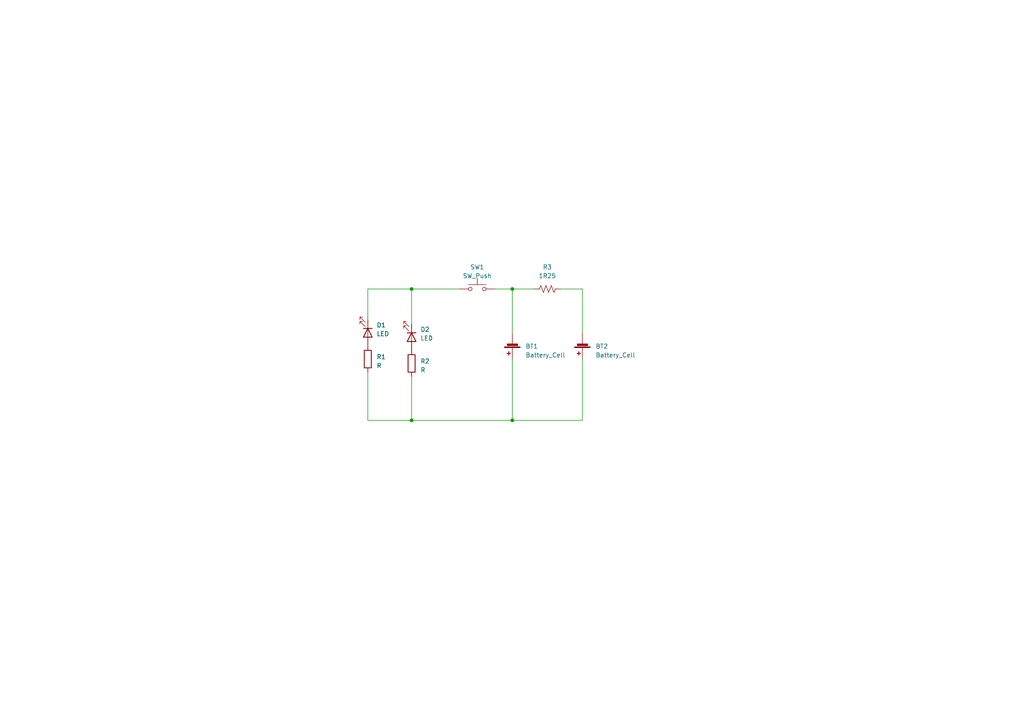
<source format=kicad_sch>
(kicad_sch
	(version 20231120)
	(generator "eeschema")
	(generator_version "8.0")
	(uuid "36310ea5-f597-48e2-aaf2-85165dfbfd0a")
	(paper "A4")
	(lib_symbols
		(symbol "Device:Battery_Cell"
			(pin_numbers hide)
			(pin_names
				(offset 0) hide)
			(exclude_from_sim no)
			(in_bom yes)
			(on_board yes)
			(property "Reference" "BT"
				(at 2.54 2.54 0)
				(effects
					(font
						(size 1.27 1.27)
					)
					(justify left)
				)
			)
			(property "Value" "Battery_Cell"
				(at 2.54 0 0)
				(effects
					(font
						(size 1.27 1.27)
					)
					(justify left)
				)
			)
			(property "Footprint" ""
				(at 0 1.524 90)
				(effects
					(font
						(size 1.27 1.27)
					)
					(hide yes)
				)
			)
			(property "Datasheet" "~"
				(at 0 1.524 90)
				(effects
					(font
						(size 1.27 1.27)
					)
					(hide yes)
				)
			)
			(property "Description" "Single-cell battery"
				(at 0 0 0)
				(effects
					(font
						(size 1.27 1.27)
					)
					(hide yes)
				)
			)
			(property "ki_keywords" "battery cell"
				(at 0 0 0)
				(effects
					(font
						(size 1.27 1.27)
					)
					(hide yes)
				)
			)
			(symbol "Battery_Cell_0_1"
				(rectangle
					(start -2.286 1.778)
					(end 2.286 1.524)
					(stroke
						(width 0)
						(type default)
					)
					(fill
						(type outline)
					)
				)
				(rectangle
					(start -1.5748 1.1938)
					(end 1.4732 0.6858)
					(stroke
						(width 0)
						(type default)
					)
					(fill
						(type outline)
					)
				)
				(polyline
					(pts
						(xy 0 0.762) (xy 0 0)
					)
					(stroke
						(width 0)
						(type default)
					)
					(fill
						(type none)
					)
				)
				(polyline
					(pts
						(xy 0 1.778) (xy 0 2.54)
					)
					(stroke
						(width 0)
						(type default)
					)
					(fill
						(type none)
					)
				)
				(polyline
					(pts
						(xy 0.508 3.429) (xy 1.524 3.429)
					)
					(stroke
						(width 0.254)
						(type default)
					)
					(fill
						(type none)
					)
				)
				(polyline
					(pts
						(xy 1.016 3.937) (xy 1.016 2.921)
					)
					(stroke
						(width 0.254)
						(type default)
					)
					(fill
						(type none)
					)
				)
			)
			(symbol "Battery_Cell_1_1"
				(pin passive line
					(at 0 5.08 270)
					(length 2.54)
					(name "+"
						(effects
							(font
								(size 1.27 1.27)
							)
						)
					)
					(number "1"
						(effects
							(font
								(size 1.27 1.27)
							)
						)
					)
				)
				(pin passive line
					(at 0 -2.54 90)
					(length 2.54)
					(name "-"
						(effects
							(font
								(size 1.27 1.27)
							)
						)
					)
					(number "2"
						(effects
							(font
								(size 1.27 1.27)
							)
						)
					)
				)
			)
		)
		(symbol "Device:LED"
			(pin_numbers hide)
			(pin_names
				(offset 1.016) hide)
			(exclude_from_sim no)
			(in_bom yes)
			(on_board yes)
			(property "Reference" "D"
				(at 0 2.54 0)
				(effects
					(font
						(size 1.27 1.27)
					)
				)
			)
			(property "Value" "LED"
				(at 0 -2.54 0)
				(effects
					(font
						(size 1.27 1.27)
					)
				)
			)
			(property "Footprint" ""
				(at 0 0 0)
				(effects
					(font
						(size 1.27 1.27)
					)
					(hide yes)
				)
			)
			(property "Datasheet" "~"
				(at 0 0 0)
				(effects
					(font
						(size 1.27 1.27)
					)
					(hide yes)
				)
			)
			(property "Description" "Light emitting diode"
				(at 0 0 0)
				(effects
					(font
						(size 1.27 1.27)
					)
					(hide yes)
				)
			)
			(property "ki_keywords" "LED diode"
				(at 0 0 0)
				(effects
					(font
						(size 1.27 1.27)
					)
					(hide yes)
				)
			)
			(property "ki_fp_filters" "LED* LED_SMD:* LED_THT:*"
				(at 0 0 0)
				(effects
					(font
						(size 1.27 1.27)
					)
					(hide yes)
				)
			)
			(symbol "LED_0_1"
				(polyline
					(pts
						(xy -1.27 -1.27) (xy -1.27 1.27)
					)
					(stroke
						(width 0.254)
						(type default)
					)
					(fill
						(type none)
					)
				)
				(polyline
					(pts
						(xy -1.27 0) (xy 1.27 0)
					)
					(stroke
						(width 0)
						(type default)
					)
					(fill
						(type none)
					)
				)
				(polyline
					(pts
						(xy 1.27 -1.27) (xy 1.27 1.27) (xy -1.27 0) (xy 1.27 -1.27)
					)
					(stroke
						(width 0.254)
						(type default)
					)
					(fill
						(type none)
					)
				)
				(polyline
					(pts
						(xy -3.048 -0.762) (xy -4.572 -2.286) (xy -3.81 -2.286) (xy -4.572 -2.286) (xy -4.572 -1.524)
					)
					(stroke
						(width 0)
						(type default)
					)
					(fill
						(type none)
					)
				)
				(polyline
					(pts
						(xy -1.778 -0.762) (xy -3.302 -2.286) (xy -2.54 -2.286) (xy -3.302 -2.286) (xy -3.302 -1.524)
					)
					(stroke
						(width 0)
						(type default)
					)
					(fill
						(type none)
					)
				)
			)
			(symbol "LED_1_1"
				(pin passive line
					(at -3.81 0 0)
					(length 2.54)
					(name "K"
						(effects
							(font
								(size 1.27 1.27)
							)
						)
					)
					(number "1"
						(effects
							(font
								(size 1.27 1.27)
							)
						)
					)
				)
				(pin passive line
					(at 3.81 0 180)
					(length 2.54)
					(name "A"
						(effects
							(font
								(size 1.27 1.27)
							)
						)
					)
					(number "2"
						(effects
							(font
								(size 1.27 1.27)
							)
						)
					)
				)
			)
		)
		(symbol "Device:R"
			(pin_numbers hide)
			(pin_names
				(offset 0)
			)
			(exclude_from_sim no)
			(in_bom yes)
			(on_board yes)
			(property "Reference" "R"
				(at 2.032 0 90)
				(effects
					(font
						(size 1.27 1.27)
					)
				)
			)
			(property "Value" "R"
				(at 0 0 90)
				(effects
					(font
						(size 1.27 1.27)
					)
				)
			)
			(property "Footprint" ""
				(at -1.778 0 90)
				(effects
					(font
						(size 1.27 1.27)
					)
					(hide yes)
				)
			)
			(property "Datasheet" "~"
				(at 0 0 0)
				(effects
					(font
						(size 1.27 1.27)
					)
					(hide yes)
				)
			)
			(property "Description" "Resistor"
				(at 0 0 0)
				(effects
					(font
						(size 1.27 1.27)
					)
					(hide yes)
				)
			)
			(property "ki_keywords" "R res resistor"
				(at 0 0 0)
				(effects
					(font
						(size 1.27 1.27)
					)
					(hide yes)
				)
			)
			(property "ki_fp_filters" "R_*"
				(at 0 0 0)
				(effects
					(font
						(size 1.27 1.27)
					)
					(hide yes)
				)
			)
			(symbol "R_0_1"
				(rectangle
					(start -1.016 -2.54)
					(end 1.016 2.54)
					(stroke
						(width 0.254)
						(type default)
					)
					(fill
						(type none)
					)
				)
			)
			(symbol "R_1_1"
				(pin passive line
					(at 0 3.81 270)
					(length 1.27)
					(name "~"
						(effects
							(font
								(size 1.27 1.27)
							)
						)
					)
					(number "1"
						(effects
							(font
								(size 1.27 1.27)
							)
						)
					)
				)
				(pin passive line
					(at 0 -3.81 90)
					(length 1.27)
					(name "~"
						(effects
							(font
								(size 1.27 1.27)
							)
						)
					)
					(number "2"
						(effects
							(font
								(size 1.27 1.27)
							)
						)
					)
				)
			)
		)
		(symbol "Device:R_US"
			(pin_numbers hide)
			(pin_names
				(offset 0)
			)
			(exclude_from_sim no)
			(in_bom yes)
			(on_board yes)
			(property "Reference" "R"
				(at 2.54 0 90)
				(effects
					(font
						(size 1.27 1.27)
					)
				)
			)
			(property "Value" "R_US"
				(at -2.54 0 90)
				(effects
					(font
						(size 1.27 1.27)
					)
				)
			)
			(property "Footprint" ""
				(at 1.016 -0.254 90)
				(effects
					(font
						(size 1.27 1.27)
					)
					(hide yes)
				)
			)
			(property "Datasheet" "~"
				(at 0 0 0)
				(effects
					(font
						(size 1.27 1.27)
					)
					(hide yes)
				)
			)
			(property "Description" "Resistor, US symbol"
				(at 0 0 0)
				(effects
					(font
						(size 1.27 1.27)
					)
					(hide yes)
				)
			)
			(property "ki_keywords" "R res resistor"
				(at 0 0 0)
				(effects
					(font
						(size 1.27 1.27)
					)
					(hide yes)
				)
			)
			(property "ki_fp_filters" "R_*"
				(at 0 0 0)
				(effects
					(font
						(size 1.27 1.27)
					)
					(hide yes)
				)
			)
			(symbol "R_US_0_1"
				(polyline
					(pts
						(xy 0 -2.286) (xy 0 -2.54)
					)
					(stroke
						(width 0)
						(type default)
					)
					(fill
						(type none)
					)
				)
				(polyline
					(pts
						(xy 0 2.286) (xy 0 2.54)
					)
					(stroke
						(width 0)
						(type default)
					)
					(fill
						(type none)
					)
				)
				(polyline
					(pts
						(xy 0 -0.762) (xy 1.016 -1.143) (xy 0 -1.524) (xy -1.016 -1.905) (xy 0 -2.286)
					)
					(stroke
						(width 0)
						(type default)
					)
					(fill
						(type none)
					)
				)
				(polyline
					(pts
						(xy 0 0.762) (xy 1.016 0.381) (xy 0 0) (xy -1.016 -0.381) (xy 0 -0.762)
					)
					(stroke
						(width 0)
						(type default)
					)
					(fill
						(type none)
					)
				)
				(polyline
					(pts
						(xy 0 2.286) (xy 1.016 1.905) (xy 0 1.524) (xy -1.016 1.143) (xy 0 0.762)
					)
					(stroke
						(width 0)
						(type default)
					)
					(fill
						(type none)
					)
				)
			)
			(symbol "R_US_1_1"
				(pin passive line
					(at 0 3.81 270)
					(length 1.27)
					(name "~"
						(effects
							(font
								(size 1.27 1.27)
							)
						)
					)
					(number "1"
						(effects
							(font
								(size 1.27 1.27)
							)
						)
					)
				)
				(pin passive line
					(at 0 -3.81 90)
					(length 1.27)
					(name "~"
						(effects
							(font
								(size 1.27 1.27)
							)
						)
					)
					(number "2"
						(effects
							(font
								(size 1.27 1.27)
							)
						)
					)
				)
			)
		)
		(symbol "Switch:SW_Push"
			(pin_numbers hide)
			(pin_names
				(offset 1.016) hide)
			(exclude_from_sim no)
			(in_bom yes)
			(on_board yes)
			(property "Reference" "Push button"
				(at 1.27 2.54 0)
				(effects
					(font
						(size 1.27 1.27)
					)
					(justify left)
				)
			)
			(property "Value" "Push button"
				(at 0 -1.524 0)
				(effects
					(font
						(size 1.27 1.27)
					)
				)
			)
			(property "Footprint" ""
				(at 0 5.08 0)
				(effects
					(font
						(size 1.27 1.27)
					)
					(hide yes)
				)
			)
			(property "Datasheet" "~"
				(at 0 5.08 0)
				(effects
					(font
						(size 1.27 1.27)
					)
					(hide yes)
				)
			)
			(property "Description" "Push button switch, generic, two pins"
				(at 0 0 0)
				(effects
					(font
						(size 1.27 1.27)
					)
					(hide yes)
				)
			)
			(property "ki_keywords" "switch normally-open pushbutton push-button"
				(at 0 0 0)
				(effects
					(font
						(size 1.27 1.27)
					)
					(hide yes)
				)
			)
			(symbol "SW_Push_0_1"
				(circle
					(center -2.032 0)
					(radius 0.508)
					(stroke
						(width 0)
						(type default)
					)
					(fill
						(type none)
					)
				)
				(polyline
					(pts
						(xy 0 1.27) (xy 0 3.048)
					)
					(stroke
						(width 0)
						(type default)
					)
					(fill
						(type none)
					)
				)
				(polyline
					(pts
						(xy 2.54 1.27) (xy -2.54 1.27)
					)
					(stroke
						(width 0)
						(type default)
					)
					(fill
						(type none)
					)
				)
				(circle
					(center 2.032 0)
					(radius 0.508)
					(stroke
						(width 0)
						(type default)
					)
					(fill
						(type none)
					)
				)
				(pin passive line
					(at -5.08 0 0)
					(length 2.54)
					(name "1"
						(effects
							(font
								(size 1.27 1.27)
							)
						)
					)
					(number "1"
						(effects
							(font
								(size 1.27 1.27)
							)
						)
					)
				)
				(pin passive line
					(at 5.08 0 180)
					(length 2.54)
					(name "2"
						(effects
							(font
								(size 1.27 1.27)
							)
						)
					)
					(number "2"
						(effects
							(font
								(size 1.27 1.27)
							)
						)
					)
				)
			)
		)
	)
	(junction
		(at 148.59 83.82)
		(diameter 0)
		(color 0 0 0 0)
		(uuid "3d7764b9-b37f-47a9-8b65-fe8965ca1672")
	)
	(junction
		(at 119.38 83.82)
		(diameter 0)
		(color 0 0 0 0)
		(uuid "597277a0-4194-43b0-ab76-7cd2019cf047")
	)
	(junction
		(at 119.38 121.92)
		(diameter 0)
		(color 0 0 0 0)
		(uuid "5ec1d84f-16e4-487c-8580-081a6ae67a0b")
	)
	(junction
		(at 148.59 121.92)
		(diameter 0)
		(color 0 0 0 0)
		(uuid "78f36303-5097-4ca8-9348-ae705d59b360")
	)
	(wire
		(pts
			(xy 143.51 83.82) (xy 148.59 83.82)
		)
		(stroke
			(width 0)
			(type default)
		)
		(uuid "0bc321b3-0c28-4f4e-a64e-b1ed53d44ae9")
	)
	(wire
		(pts
			(xy 148.59 121.92) (xy 148.59 104.14)
		)
		(stroke
			(width 0)
			(type default)
		)
		(uuid "1126eb26-74dd-480f-a6f5-3d8c4405a180")
	)
	(wire
		(pts
			(xy 119.38 83.82) (xy 119.38 93.98)
		)
		(stroke
			(width 0)
			(type default)
		)
		(uuid "1b32d19e-5cab-4e8a-aca0-a7aaf1720ea8")
	)
	(wire
		(pts
			(xy 106.68 83.82) (xy 119.38 83.82)
		)
		(stroke
			(width 0)
			(type default)
		)
		(uuid "2584c098-10e2-407d-af08-596f635320b6")
	)
	(wire
		(pts
			(xy 168.91 121.92) (xy 168.91 104.14)
		)
		(stroke
			(width 0)
			(type default)
		)
		(uuid "457be1a5-16dc-4e32-a9ba-24aacd091146")
	)
	(wire
		(pts
			(xy 119.38 121.92) (xy 148.59 121.92)
		)
		(stroke
			(width 0)
			(type default)
		)
		(uuid "64815661-e03e-485c-be3e-83f4df1b0baa")
	)
	(wire
		(pts
			(xy 106.68 121.92) (xy 119.38 121.92)
		)
		(stroke
			(width 0)
			(type default)
		)
		(uuid "660841d0-20b4-43c2-86c1-b9871d526010")
	)
	(wire
		(pts
			(xy 162.56 83.82) (xy 168.91 83.82)
		)
		(stroke
			(width 0)
			(type default)
		)
		(uuid "692b8577-6d26-42e1-b7dd-5d23ee1f931e")
	)
	(wire
		(pts
			(xy 148.59 121.92) (xy 168.91 121.92)
		)
		(stroke
			(width 0)
			(type default)
		)
		(uuid "7540ce7c-a41e-4d6f-a197-a92bae90d87f")
	)
	(wire
		(pts
			(xy 168.91 83.82) (xy 168.91 96.52)
		)
		(stroke
			(width 0)
			(type default)
		)
		(uuid "824656ce-d129-4361-bd1f-af9cd7ed84b5")
	)
	(wire
		(pts
			(xy 106.68 107.95) (xy 106.68 121.92)
		)
		(stroke
			(width 0)
			(type default)
		)
		(uuid "873f4ebd-b0c2-42e3-9096-685c83c4765f")
	)
	(wire
		(pts
			(xy 119.38 83.82) (xy 133.35 83.82)
		)
		(stroke
			(width 0)
			(type default)
		)
		(uuid "a8400883-438f-4df2-8fe1-855b554f43e9")
	)
	(wire
		(pts
			(xy 119.38 109.22) (xy 119.38 121.92)
		)
		(stroke
			(width 0)
			(type default)
		)
		(uuid "b6243a2d-6006-465c-988b-ddf42b1dc522")
	)
	(wire
		(pts
			(xy 148.59 83.82) (xy 148.59 96.52)
		)
		(stroke
			(width 0)
			(type default)
		)
		(uuid "dbc601b3-183b-4b4a-b68e-2487ffe96d5b")
	)
	(wire
		(pts
			(xy 106.68 92.71) (xy 106.68 83.82)
		)
		(stroke
			(width 0)
			(type default)
		)
		(uuid "e10e44d6-783f-49c3-b254-208f5828e64c")
	)
	(wire
		(pts
			(xy 148.59 83.82) (xy 154.94 83.82)
		)
		(stroke
			(width 0)
			(type default)
		)
		(uuid "eb031519-4ef9-45dd-9c1b-3beb74cd2fa5")
	)
	(symbol
		(lib_id "Device:LED")
		(at 119.38 97.79 270)
		(unit 1)
		(exclude_from_sim no)
		(in_bom yes)
		(on_board yes)
		(dnp no)
		(fields_autoplaced yes)
		(uuid "26937d5d-ee64-46f7-a924-ea820afe7736")
		(property "Reference" "D2"
			(at 121.92 95.5675 90)
			(effects
				(font
					(size 1.27 1.27)
				)
				(justify left)
			)
		)
		(property "Value" "LED"
			(at 121.92 98.1075 90)
			(effects
				(font
					(size 1.27 1.27)
				)
				(justify left)
			)
		)
		(property "Footprint" "LED_SMD:LED_0805_2012Metric_Pad1.15x1.40mm_HandSolder"
			(at 119.38 97.79 0)
			(effects
				(font
					(size 1.27 1.27)
				)
				(hide yes)
			)
		)
		(property "Datasheet" "~"
			(at 119.38 97.79 0)
			(effects
				(font
					(size 1.27 1.27)
				)
				(hide yes)
			)
		)
		(property "Description" ""
			(at 119.38 97.79 0)
			(effects
				(font
					(size 1.27 1.27)
				)
				(hide yes)
			)
		)
		(pin "1"
			(uuid "37295846-2a5f-4d66-a83a-24725ee00df7")
		)
		(pin "2"
			(uuid "1df5023b-0cfc-4ed7-b0a1-cbc943f97447")
		)
		(instances
			(project "PCB Design"
				(path "/36310ea5-f597-48e2-aaf2-85165dfbfd0a"
					(reference "D2")
					(unit 1)
				)
			)
			(project "Simple LED Project"
				(path "/fef192ae-b268-42a8-9355-719dfc2ea952"
					(reference "D?")
					(unit 1)
				)
			)
		)
	)
	(symbol
		(lib_id "Device:LED")
		(at 106.68 96.52 270)
		(unit 1)
		(exclude_from_sim no)
		(in_bom yes)
		(on_board yes)
		(dnp no)
		(fields_autoplaced yes)
		(uuid "46864cab-fbdd-4f44-ac73-733362ac5353")
		(property "Reference" "D1"
			(at 109.22 94.2975 90)
			(effects
				(font
					(size 1.27 1.27)
				)
				(justify left)
			)
		)
		(property "Value" "LED"
			(at 109.22 96.8375 90)
			(effects
				(font
					(size 1.27 1.27)
				)
				(justify left)
			)
		)
		(property "Footprint" "LED_SMD:LED_0805_2012Metric_Pad1.15x1.40mm_HandSolder"
			(at 106.68 96.52 0)
			(effects
				(font
					(size 1.27 1.27)
				)
				(hide yes)
			)
		)
		(property "Datasheet" "~"
			(at 106.68 96.52 0)
			(effects
				(font
					(size 1.27 1.27)
				)
				(hide yes)
			)
		)
		(property "Description" ""
			(at 106.68 96.52 0)
			(effects
				(font
					(size 1.27 1.27)
				)
				(hide yes)
			)
		)
		(pin "1"
			(uuid "e691a539-2753-4214-a81f-37c77de543b0")
		)
		(pin "2"
			(uuid "6e9af001-b095-4997-97b1-782967d2c61f")
		)
		(instances
			(project "PCB Design"
				(path "/36310ea5-f597-48e2-aaf2-85165dfbfd0a"
					(reference "D1")
					(unit 1)
				)
			)
			(project "Simple LED Project"
				(path "/fef192ae-b268-42a8-9355-719dfc2ea952"
					(reference "D?")
					(unit 1)
				)
			)
		)
	)
	(symbol
		(lib_id "Device:R_US")
		(at 158.75 83.82 90)
		(unit 1)
		(exclude_from_sim no)
		(in_bom yes)
		(on_board yes)
		(dnp no)
		(fields_autoplaced yes)
		(uuid "48a8c5f7-094a-44de-9704-1c036a1e0106")
		(property "Reference" "R3"
			(at 158.75 77.47 90)
			(effects
				(font
					(size 1.27 1.27)
				)
			)
		)
		(property "Value" "1R25"
			(at 158.75 80.01 90)
			(effects
				(font
					(size 1.27 1.27)
				)
			)
		)
		(property "Footprint" ""
			(at 159.004 82.804 90)
			(effects
				(font
					(size 1.27 1.27)
				)
				(hide yes)
			)
		)
		(property "Datasheet" "~"
			(at 158.75 83.82 0)
			(effects
				(font
					(size 1.27 1.27)
				)
				(hide yes)
			)
		)
		(property "Description" "Resistor, US symbol"
			(at 158.75 83.82 0)
			(effects
				(font
					(size 1.27 1.27)
				)
				(hide yes)
			)
		)
		(pin "1"
			(uuid "72d4dbea-7d28-4ad3-8a51-64f796786830")
		)
		(pin "2"
			(uuid "869f5a5a-1566-4630-af82-13a88c138dc6")
		)
		(instances
			(project ""
				(path "/36310ea5-f597-48e2-aaf2-85165dfbfd0a"
					(reference "R3")
					(unit 1)
				)
			)
		)
	)
	(symbol
		(lib_id "Device:Battery_Cell")
		(at 148.59 99.06 180)
		(unit 1)
		(exclude_from_sim no)
		(in_bom yes)
		(on_board yes)
		(dnp no)
		(fields_autoplaced yes)
		(uuid "6e4d4520-b0c7-4119-b5e9-3a68d0525f7f")
		(property "Reference" "BT1"
			(at 152.4 100.457 0)
			(effects
				(font
					(size 1.27 1.27)
				)
				(justify right)
			)
		)
		(property "Value" "Battery_Cell"
			(at 152.4 102.997 0)
			(effects
				(font
					(size 1.27 1.27)
				)
				(justify right)
			)
		)
		(property "Footprint" "Connector_Molex:Molex_KK-254_AE-6410-02A_1x02_P2.54mm_Vertical"
			(at 148.59 100.584 90)
			(effects
				(font
					(size 1.27 1.27)
				)
				(hide yes)
			)
		)
		(property "Datasheet" "~"
			(at 148.59 100.584 90)
			(effects
				(font
					(size 1.27 1.27)
				)
				(hide yes)
			)
		)
		(property "Description" ""
			(at 148.59 99.06 0)
			(effects
				(font
					(size 1.27 1.27)
				)
				(hide yes)
			)
		)
		(pin "1"
			(uuid "d7004a47-4e6a-481f-aa45-4b7af8f35c75")
		)
		(pin "2"
			(uuid "d9f620e6-01de-4704-8b6b-18cda81a3088")
		)
		(instances
			(project "PCB Design"
				(path "/36310ea5-f597-48e2-aaf2-85165dfbfd0a"
					(reference "BT1")
					(unit 1)
				)
			)
			(project "Simple LED Project"
				(path "/fef192ae-b268-42a8-9355-719dfc2ea952"
					(reference "BT?")
					(unit 1)
				)
			)
		)
	)
	(symbol
		(lib_id "Device:Battery_Cell")
		(at 168.91 99.06 180)
		(unit 1)
		(exclude_from_sim no)
		(in_bom yes)
		(on_board yes)
		(dnp no)
		(fields_autoplaced yes)
		(uuid "87c77508-43c6-4b2d-80ec-ec94c4d66d29")
		(property "Reference" "BT2"
			(at 172.72 100.457 0)
			(effects
				(font
					(size 1.27 1.27)
				)
				(justify right)
			)
		)
		(property "Value" "Battery_Cell"
			(at 172.72 102.997 0)
			(effects
				(font
					(size 1.27 1.27)
				)
				(justify right)
			)
		)
		(property "Footprint" "Connector_Molex:Molex_KK-254_AE-6410-02A_1x02_P2.54mm_Vertical"
			(at 168.91 100.584 90)
			(effects
				(font
					(size 1.27 1.27)
				)
				(hide yes)
			)
		)
		(property "Datasheet" "~"
			(at 168.91 100.584 90)
			(effects
				(font
					(size 1.27 1.27)
				)
				(hide yes)
			)
		)
		(property "Description" ""
			(at 168.91 99.06 0)
			(effects
				(font
					(size 1.27 1.27)
				)
				(hide yes)
			)
		)
		(pin "1"
			(uuid "ae86c280-9f54-40a0-b01e-1f006fe1b9be")
		)
		(pin "2"
			(uuid "b7fd8f51-2403-4d7a-ad51-9a83c0502c75")
		)
		(instances
			(project "PCB Design"
				(path "/36310ea5-f597-48e2-aaf2-85165dfbfd0a"
					(reference "BT2")
					(unit 1)
				)
			)
			(project "Simple LED Project"
				(path "/fef192ae-b268-42a8-9355-719dfc2ea952"
					(reference "BT?")
					(unit 1)
				)
			)
		)
	)
	(symbol
		(lib_id "Device:R")
		(at 106.68 104.14 0)
		(unit 1)
		(exclude_from_sim no)
		(in_bom yes)
		(on_board yes)
		(dnp no)
		(fields_autoplaced yes)
		(uuid "9311c33d-2696-422c-b9da-0477d2ac0bef")
		(property "Reference" "R1"
			(at 109.22 103.505 0)
			(effects
				(font
					(size 1.27 1.27)
				)
				(justify left)
			)
		)
		(property "Value" "R"
			(at 109.22 106.045 0)
			(effects
				(font
					(size 1.27 1.27)
				)
				(justify left)
			)
		)
		(property "Footprint" "Resistor_SMD:R_0805_2012Metric_Pad1.20x1.40mm_HandSolder"
			(at 104.902 104.14 90)
			(effects
				(font
					(size 1.27 1.27)
				)
				(hide yes)
			)
		)
		(property "Datasheet" "~"
			(at 106.68 104.14 0)
			(effects
				(font
					(size 1.27 1.27)
				)
				(hide yes)
			)
		)
		(property "Description" ""
			(at 106.68 104.14 0)
			(effects
				(font
					(size 1.27 1.27)
				)
				(hide yes)
			)
		)
		(pin "1"
			(uuid "0e9e67ad-fed8-40fc-9294-a340f1cda08f")
		)
		(pin "2"
			(uuid "5414f2c1-99e3-4939-84ce-99d093862bc3")
		)
		(instances
			(project "PCB Design"
				(path "/36310ea5-f597-48e2-aaf2-85165dfbfd0a"
					(reference "R1")
					(unit 1)
				)
			)
			(project "Simple LED Project"
				(path "/fef192ae-b268-42a8-9355-719dfc2ea952"
					(reference "R?")
					(unit 1)
				)
			)
		)
	)
	(symbol
		(lib_id "Device:R")
		(at 119.38 105.41 0)
		(unit 1)
		(exclude_from_sim no)
		(in_bom yes)
		(on_board yes)
		(dnp no)
		(fields_autoplaced yes)
		(uuid "a142adf3-1cc1-4876-800b-0e4e7ea63f84")
		(property "Reference" "R2"
			(at 121.92 104.775 0)
			(effects
				(font
					(size 1.27 1.27)
				)
				(justify left)
			)
		)
		(property "Value" "R"
			(at 121.92 107.315 0)
			(effects
				(font
					(size 1.27 1.27)
				)
				(justify left)
			)
		)
		(property "Footprint" "Resistor_SMD:R_0805_2012Metric_Pad1.20x1.40mm_HandSolder"
			(at 117.602 105.41 90)
			(effects
				(font
					(size 1.27 1.27)
				)
				(hide yes)
			)
		)
		(property "Datasheet" "~"
			(at 119.38 105.41 0)
			(effects
				(font
					(size 1.27 1.27)
				)
				(hide yes)
			)
		)
		(property "Description" ""
			(at 119.38 105.41 0)
			(effects
				(font
					(size 1.27 1.27)
				)
				(hide yes)
			)
		)
		(pin "1"
			(uuid "06e8089f-56e5-493f-bd2a-fb10a5444da0")
		)
		(pin "2"
			(uuid "8f954a75-e9ae-4abb-afe2-68f02e3db9e9")
		)
		(instances
			(project "PCB Design"
				(path "/36310ea5-f597-48e2-aaf2-85165dfbfd0a"
					(reference "R2")
					(unit 1)
				)
			)
			(project "Simple LED Project"
				(path "/fef192ae-b268-42a8-9355-719dfc2ea952"
					(reference "R?")
					(unit 1)
				)
			)
		)
	)
	(symbol
		(lib_id "Switch:SW_Push")
		(at 138.43 83.82 0)
		(unit 1)
		(exclude_from_sim no)
		(in_bom yes)
		(on_board yes)
		(dnp no)
		(fields_autoplaced yes)
		(uuid "a906fc03-16c8-49d5-b955-7ef72d7b4912")
		(property "Reference" "SW1"
			(at 138.43 77.47 0)
			(effects
				(font
					(size 1.27 1.27)
				)
			)
		)
		(property "Value" "SW_Push"
			(at 138.43 80.01 0)
			(effects
				(font
					(size 1.27 1.27)
				)
			)
		)
		(property "Footprint" "Button_Switch_SMD:SW_Push_1P1T_NO_CK_KMR2"
			(at 138.43 78.74 0)
			(effects
				(font
					(size 1.27 1.27)
				)
				(hide yes)
			)
		)
		(property "Datasheet" "~"
			(at 138.43 78.74 0)
			(effects
				(font
					(size 1.27 1.27)
				)
				(hide yes)
			)
		)
		(property "Description" ""
			(at 138.43 83.82 0)
			(effects
				(font
					(size 1.27 1.27)
				)
				(hide yes)
			)
		)
		(pin "1"
			(uuid "bc3fa42d-1000-4462-8178-e52f89803317")
		)
		(pin "2"
			(uuid "1efbdfea-0f98-4e68-a6c1-dd3d4c3968d6")
		)
		(instances
			(project "PCB Design"
				(path "/36310ea5-f597-48e2-aaf2-85165dfbfd0a"
					(reference "SW1")
					(unit 1)
				)
			)
			(project "Simple LED Project"
				(path "/fef192ae-b268-42a8-9355-719dfc2ea952"
					(reference "SW?")
					(unit 1)
				)
			)
		)
	)
	(sheet_instances
		(path "/"
			(page "1")
		)
	)
)

</source>
